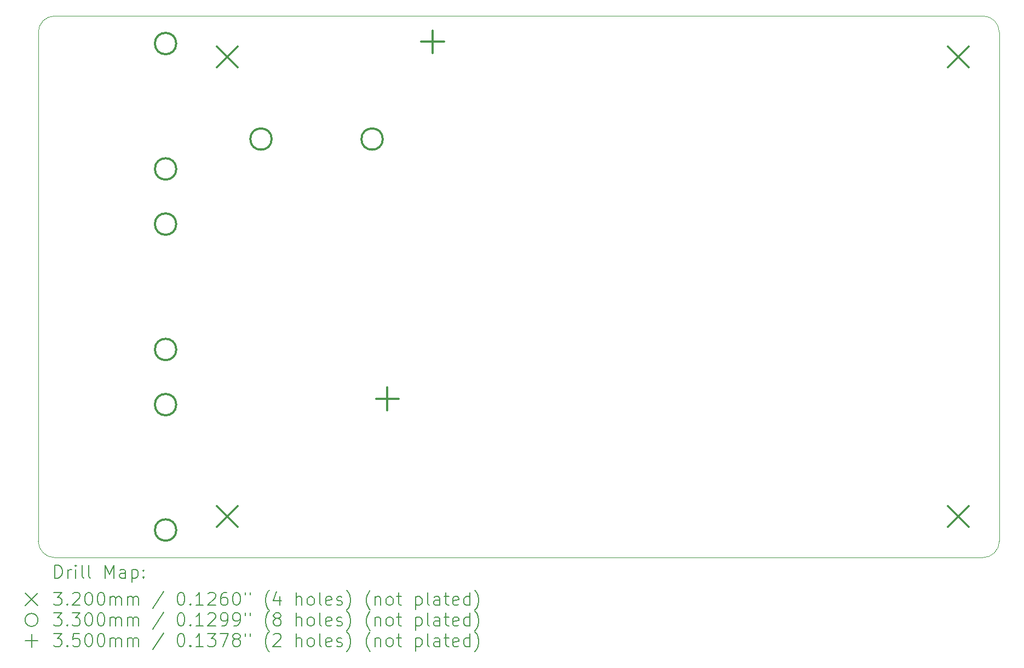
<source format=gbr>
%TF.GenerationSoftware,KiCad,Pcbnew,8.0.2*%
%TF.CreationDate,2024-05-19T17:08:07+01:00*%
%TF.ProjectId,New BSPD,4e657720-4253-4504-942e-6b696361645f,rev?*%
%TF.SameCoordinates,Original*%
%TF.FileFunction,Drillmap*%
%TF.FilePolarity,Positive*%
%FSLAX45Y45*%
G04 Gerber Fmt 4.5, Leading zero omitted, Abs format (unit mm)*
G04 Created by KiCad (PCBNEW 8.0.2) date 2024-05-19 17:08:07*
%MOMM*%
%LPD*%
G01*
G04 APERTURE LIST*
%ADD10C,0.100000*%
%ADD11C,0.200000*%
%ADD12C,0.320000*%
%ADD13C,0.330000*%
%ADD14C,0.350000*%
G04 APERTURE END LIST*
D10*
X5461000Y-10668000D02*
G75*
G02*
X5207000Y-10414000I0J254000D01*
G01*
X5461000Y-2286000D02*
X19812000Y-2286000D01*
X19812000Y-2286000D02*
G75*
G02*
X20066000Y-2540000I0J-254000D01*
G01*
X5207000Y-2540000D02*
G75*
G02*
X5461000Y-2286000I254000J0D01*
G01*
X20066000Y-10414000D02*
G75*
G02*
X19812000Y-10668000I-254000J0D01*
G01*
X5207000Y-10414000D02*
X5207000Y-2540000D01*
X20066000Y-2540000D02*
X20066000Y-10414000D01*
X19812000Y-10668000D02*
X5461000Y-10668000D01*
D11*
D12*
X7968000Y-2761000D02*
X8288000Y-3081000D01*
X8288000Y-2761000D02*
X7968000Y-3081000D01*
X7968000Y-9873000D02*
X8288000Y-10193000D01*
X8288000Y-9873000D02*
X7968000Y-10193000D01*
X19271000Y-2761000D02*
X19591000Y-3081000D01*
X19591000Y-2761000D02*
X19271000Y-3081000D01*
X19271000Y-9873000D02*
X19591000Y-10193000D01*
X19591000Y-9873000D02*
X19271000Y-10193000D01*
D13*
X7340000Y-2713000D02*
G75*
G02*
X7010000Y-2713000I-165000J0D01*
G01*
X7010000Y-2713000D02*
G75*
G02*
X7340000Y-2713000I165000J0D01*
G01*
X7340000Y-4653000D02*
G75*
G02*
X7010000Y-4653000I-165000J0D01*
G01*
X7010000Y-4653000D02*
G75*
G02*
X7340000Y-4653000I165000J0D01*
G01*
X7340000Y-5507000D02*
G75*
G02*
X7010000Y-5507000I-165000J0D01*
G01*
X7010000Y-5507000D02*
G75*
G02*
X7340000Y-5507000I165000J0D01*
G01*
X7340000Y-7447000D02*
G75*
G02*
X7010000Y-7447000I-165000J0D01*
G01*
X7010000Y-7447000D02*
G75*
G02*
X7340000Y-7447000I165000J0D01*
G01*
X7340000Y-8301000D02*
G75*
G02*
X7010000Y-8301000I-165000J0D01*
G01*
X7010000Y-8301000D02*
G75*
G02*
X7340000Y-8301000I165000J0D01*
G01*
X7340000Y-10241000D02*
G75*
G02*
X7010000Y-10241000I-165000J0D01*
G01*
X7010000Y-10241000D02*
G75*
G02*
X7340000Y-10241000I165000J0D01*
G01*
X8815000Y-4191000D02*
G75*
G02*
X8485000Y-4191000I-165000J0D01*
G01*
X8485000Y-4191000D02*
G75*
G02*
X8815000Y-4191000I165000J0D01*
G01*
X10533000Y-4191000D02*
G75*
G02*
X10203000Y-4191000I-165000J0D01*
G01*
X10203000Y-4191000D02*
G75*
G02*
X10533000Y-4191000I165000J0D01*
G01*
D14*
X10604500Y-8035500D02*
X10604500Y-8385500D01*
X10429500Y-8210500D02*
X10779500Y-8210500D01*
X11303000Y-2511000D02*
X11303000Y-2861000D01*
X11128000Y-2686000D02*
X11478000Y-2686000D01*
D11*
X5462777Y-10984484D02*
X5462777Y-10784484D01*
X5462777Y-10784484D02*
X5510396Y-10784484D01*
X5510396Y-10784484D02*
X5538967Y-10794008D01*
X5538967Y-10794008D02*
X5558015Y-10813055D01*
X5558015Y-10813055D02*
X5567539Y-10832103D01*
X5567539Y-10832103D02*
X5577063Y-10870198D01*
X5577063Y-10870198D02*
X5577063Y-10898770D01*
X5577063Y-10898770D02*
X5567539Y-10936865D01*
X5567539Y-10936865D02*
X5558015Y-10955912D01*
X5558015Y-10955912D02*
X5538967Y-10974960D01*
X5538967Y-10974960D02*
X5510396Y-10984484D01*
X5510396Y-10984484D02*
X5462777Y-10984484D01*
X5662777Y-10984484D02*
X5662777Y-10851150D01*
X5662777Y-10889246D02*
X5672301Y-10870198D01*
X5672301Y-10870198D02*
X5681824Y-10860674D01*
X5681824Y-10860674D02*
X5700872Y-10851150D01*
X5700872Y-10851150D02*
X5719920Y-10851150D01*
X5786586Y-10984484D02*
X5786586Y-10851150D01*
X5786586Y-10784484D02*
X5777062Y-10794008D01*
X5777062Y-10794008D02*
X5786586Y-10803531D01*
X5786586Y-10803531D02*
X5796110Y-10794008D01*
X5796110Y-10794008D02*
X5786586Y-10784484D01*
X5786586Y-10784484D02*
X5786586Y-10803531D01*
X5910396Y-10984484D02*
X5891348Y-10974960D01*
X5891348Y-10974960D02*
X5881824Y-10955912D01*
X5881824Y-10955912D02*
X5881824Y-10784484D01*
X6015158Y-10984484D02*
X5996110Y-10974960D01*
X5996110Y-10974960D02*
X5986586Y-10955912D01*
X5986586Y-10955912D02*
X5986586Y-10784484D01*
X6243729Y-10984484D02*
X6243729Y-10784484D01*
X6243729Y-10784484D02*
X6310396Y-10927341D01*
X6310396Y-10927341D02*
X6377062Y-10784484D01*
X6377062Y-10784484D02*
X6377062Y-10984484D01*
X6558015Y-10984484D02*
X6558015Y-10879722D01*
X6558015Y-10879722D02*
X6548491Y-10860674D01*
X6548491Y-10860674D02*
X6529443Y-10851150D01*
X6529443Y-10851150D02*
X6491348Y-10851150D01*
X6491348Y-10851150D02*
X6472301Y-10860674D01*
X6558015Y-10974960D02*
X6538967Y-10984484D01*
X6538967Y-10984484D02*
X6491348Y-10984484D01*
X6491348Y-10984484D02*
X6472301Y-10974960D01*
X6472301Y-10974960D02*
X6462777Y-10955912D01*
X6462777Y-10955912D02*
X6462777Y-10936865D01*
X6462777Y-10936865D02*
X6472301Y-10917817D01*
X6472301Y-10917817D02*
X6491348Y-10908293D01*
X6491348Y-10908293D02*
X6538967Y-10908293D01*
X6538967Y-10908293D02*
X6558015Y-10898770D01*
X6653253Y-10851150D02*
X6653253Y-11051150D01*
X6653253Y-10860674D02*
X6672301Y-10851150D01*
X6672301Y-10851150D02*
X6710396Y-10851150D01*
X6710396Y-10851150D02*
X6729443Y-10860674D01*
X6729443Y-10860674D02*
X6738967Y-10870198D01*
X6738967Y-10870198D02*
X6748491Y-10889246D01*
X6748491Y-10889246D02*
X6748491Y-10946389D01*
X6748491Y-10946389D02*
X6738967Y-10965436D01*
X6738967Y-10965436D02*
X6729443Y-10974960D01*
X6729443Y-10974960D02*
X6710396Y-10984484D01*
X6710396Y-10984484D02*
X6672301Y-10984484D01*
X6672301Y-10984484D02*
X6653253Y-10974960D01*
X6834205Y-10965436D02*
X6843729Y-10974960D01*
X6843729Y-10974960D02*
X6834205Y-10984484D01*
X6834205Y-10984484D02*
X6824682Y-10974960D01*
X6824682Y-10974960D02*
X6834205Y-10965436D01*
X6834205Y-10965436D02*
X6834205Y-10984484D01*
X6834205Y-10860674D02*
X6843729Y-10870198D01*
X6843729Y-10870198D02*
X6834205Y-10879722D01*
X6834205Y-10879722D02*
X6824682Y-10870198D01*
X6824682Y-10870198D02*
X6834205Y-10860674D01*
X6834205Y-10860674D02*
X6834205Y-10879722D01*
X5002000Y-11213000D02*
X5202000Y-11413000D01*
X5202000Y-11213000D02*
X5002000Y-11413000D01*
X5443729Y-11204484D02*
X5567539Y-11204484D01*
X5567539Y-11204484D02*
X5500872Y-11280674D01*
X5500872Y-11280674D02*
X5529444Y-11280674D01*
X5529444Y-11280674D02*
X5548491Y-11290198D01*
X5548491Y-11290198D02*
X5558015Y-11299722D01*
X5558015Y-11299722D02*
X5567539Y-11318769D01*
X5567539Y-11318769D02*
X5567539Y-11366388D01*
X5567539Y-11366388D02*
X5558015Y-11385436D01*
X5558015Y-11385436D02*
X5548491Y-11394960D01*
X5548491Y-11394960D02*
X5529444Y-11404484D01*
X5529444Y-11404484D02*
X5472301Y-11404484D01*
X5472301Y-11404484D02*
X5453253Y-11394960D01*
X5453253Y-11394960D02*
X5443729Y-11385436D01*
X5653253Y-11385436D02*
X5662777Y-11394960D01*
X5662777Y-11394960D02*
X5653253Y-11404484D01*
X5653253Y-11404484D02*
X5643729Y-11394960D01*
X5643729Y-11394960D02*
X5653253Y-11385436D01*
X5653253Y-11385436D02*
X5653253Y-11404484D01*
X5738967Y-11223531D02*
X5748491Y-11214008D01*
X5748491Y-11214008D02*
X5767539Y-11204484D01*
X5767539Y-11204484D02*
X5815158Y-11204484D01*
X5815158Y-11204484D02*
X5834205Y-11214008D01*
X5834205Y-11214008D02*
X5843729Y-11223531D01*
X5843729Y-11223531D02*
X5853253Y-11242579D01*
X5853253Y-11242579D02*
X5853253Y-11261627D01*
X5853253Y-11261627D02*
X5843729Y-11290198D01*
X5843729Y-11290198D02*
X5729443Y-11404484D01*
X5729443Y-11404484D02*
X5853253Y-11404484D01*
X5977062Y-11204484D02*
X5996110Y-11204484D01*
X5996110Y-11204484D02*
X6015158Y-11214008D01*
X6015158Y-11214008D02*
X6024682Y-11223531D01*
X6024682Y-11223531D02*
X6034205Y-11242579D01*
X6034205Y-11242579D02*
X6043729Y-11280674D01*
X6043729Y-11280674D02*
X6043729Y-11328293D01*
X6043729Y-11328293D02*
X6034205Y-11366388D01*
X6034205Y-11366388D02*
X6024682Y-11385436D01*
X6024682Y-11385436D02*
X6015158Y-11394960D01*
X6015158Y-11394960D02*
X5996110Y-11404484D01*
X5996110Y-11404484D02*
X5977062Y-11404484D01*
X5977062Y-11404484D02*
X5958015Y-11394960D01*
X5958015Y-11394960D02*
X5948491Y-11385436D01*
X5948491Y-11385436D02*
X5938967Y-11366388D01*
X5938967Y-11366388D02*
X5929443Y-11328293D01*
X5929443Y-11328293D02*
X5929443Y-11280674D01*
X5929443Y-11280674D02*
X5938967Y-11242579D01*
X5938967Y-11242579D02*
X5948491Y-11223531D01*
X5948491Y-11223531D02*
X5958015Y-11214008D01*
X5958015Y-11214008D02*
X5977062Y-11204484D01*
X6167539Y-11204484D02*
X6186586Y-11204484D01*
X6186586Y-11204484D02*
X6205634Y-11214008D01*
X6205634Y-11214008D02*
X6215158Y-11223531D01*
X6215158Y-11223531D02*
X6224682Y-11242579D01*
X6224682Y-11242579D02*
X6234205Y-11280674D01*
X6234205Y-11280674D02*
X6234205Y-11328293D01*
X6234205Y-11328293D02*
X6224682Y-11366388D01*
X6224682Y-11366388D02*
X6215158Y-11385436D01*
X6215158Y-11385436D02*
X6205634Y-11394960D01*
X6205634Y-11394960D02*
X6186586Y-11404484D01*
X6186586Y-11404484D02*
X6167539Y-11404484D01*
X6167539Y-11404484D02*
X6148491Y-11394960D01*
X6148491Y-11394960D02*
X6138967Y-11385436D01*
X6138967Y-11385436D02*
X6129443Y-11366388D01*
X6129443Y-11366388D02*
X6119920Y-11328293D01*
X6119920Y-11328293D02*
X6119920Y-11280674D01*
X6119920Y-11280674D02*
X6129443Y-11242579D01*
X6129443Y-11242579D02*
X6138967Y-11223531D01*
X6138967Y-11223531D02*
X6148491Y-11214008D01*
X6148491Y-11214008D02*
X6167539Y-11204484D01*
X6319920Y-11404484D02*
X6319920Y-11271150D01*
X6319920Y-11290198D02*
X6329443Y-11280674D01*
X6329443Y-11280674D02*
X6348491Y-11271150D01*
X6348491Y-11271150D02*
X6377063Y-11271150D01*
X6377063Y-11271150D02*
X6396110Y-11280674D01*
X6396110Y-11280674D02*
X6405634Y-11299722D01*
X6405634Y-11299722D02*
X6405634Y-11404484D01*
X6405634Y-11299722D02*
X6415158Y-11280674D01*
X6415158Y-11280674D02*
X6434205Y-11271150D01*
X6434205Y-11271150D02*
X6462777Y-11271150D01*
X6462777Y-11271150D02*
X6481824Y-11280674D01*
X6481824Y-11280674D02*
X6491348Y-11299722D01*
X6491348Y-11299722D02*
X6491348Y-11404484D01*
X6586586Y-11404484D02*
X6586586Y-11271150D01*
X6586586Y-11290198D02*
X6596110Y-11280674D01*
X6596110Y-11280674D02*
X6615158Y-11271150D01*
X6615158Y-11271150D02*
X6643729Y-11271150D01*
X6643729Y-11271150D02*
X6662777Y-11280674D01*
X6662777Y-11280674D02*
X6672301Y-11299722D01*
X6672301Y-11299722D02*
X6672301Y-11404484D01*
X6672301Y-11299722D02*
X6681824Y-11280674D01*
X6681824Y-11280674D02*
X6700872Y-11271150D01*
X6700872Y-11271150D02*
X6729443Y-11271150D01*
X6729443Y-11271150D02*
X6748491Y-11280674D01*
X6748491Y-11280674D02*
X6758015Y-11299722D01*
X6758015Y-11299722D02*
X6758015Y-11404484D01*
X7148491Y-11194960D02*
X6977063Y-11452103D01*
X7405634Y-11204484D02*
X7424682Y-11204484D01*
X7424682Y-11204484D02*
X7443729Y-11214008D01*
X7443729Y-11214008D02*
X7453253Y-11223531D01*
X7453253Y-11223531D02*
X7462777Y-11242579D01*
X7462777Y-11242579D02*
X7472301Y-11280674D01*
X7472301Y-11280674D02*
X7472301Y-11328293D01*
X7472301Y-11328293D02*
X7462777Y-11366388D01*
X7462777Y-11366388D02*
X7453253Y-11385436D01*
X7453253Y-11385436D02*
X7443729Y-11394960D01*
X7443729Y-11394960D02*
X7424682Y-11404484D01*
X7424682Y-11404484D02*
X7405634Y-11404484D01*
X7405634Y-11404484D02*
X7386586Y-11394960D01*
X7386586Y-11394960D02*
X7377063Y-11385436D01*
X7377063Y-11385436D02*
X7367539Y-11366388D01*
X7367539Y-11366388D02*
X7358015Y-11328293D01*
X7358015Y-11328293D02*
X7358015Y-11280674D01*
X7358015Y-11280674D02*
X7367539Y-11242579D01*
X7367539Y-11242579D02*
X7377063Y-11223531D01*
X7377063Y-11223531D02*
X7386586Y-11214008D01*
X7386586Y-11214008D02*
X7405634Y-11204484D01*
X7558015Y-11385436D02*
X7567539Y-11394960D01*
X7567539Y-11394960D02*
X7558015Y-11404484D01*
X7558015Y-11404484D02*
X7548491Y-11394960D01*
X7548491Y-11394960D02*
X7558015Y-11385436D01*
X7558015Y-11385436D02*
X7558015Y-11404484D01*
X7758015Y-11404484D02*
X7643729Y-11404484D01*
X7700872Y-11404484D02*
X7700872Y-11204484D01*
X7700872Y-11204484D02*
X7681825Y-11233055D01*
X7681825Y-11233055D02*
X7662777Y-11252103D01*
X7662777Y-11252103D02*
X7643729Y-11261627D01*
X7834206Y-11223531D02*
X7843729Y-11214008D01*
X7843729Y-11214008D02*
X7862777Y-11204484D01*
X7862777Y-11204484D02*
X7910396Y-11204484D01*
X7910396Y-11204484D02*
X7929444Y-11214008D01*
X7929444Y-11214008D02*
X7938967Y-11223531D01*
X7938967Y-11223531D02*
X7948491Y-11242579D01*
X7948491Y-11242579D02*
X7948491Y-11261627D01*
X7948491Y-11261627D02*
X7938967Y-11290198D01*
X7938967Y-11290198D02*
X7824682Y-11404484D01*
X7824682Y-11404484D02*
X7948491Y-11404484D01*
X8119920Y-11204484D02*
X8081825Y-11204484D01*
X8081825Y-11204484D02*
X8062777Y-11214008D01*
X8062777Y-11214008D02*
X8053253Y-11223531D01*
X8053253Y-11223531D02*
X8034206Y-11252103D01*
X8034206Y-11252103D02*
X8024682Y-11290198D01*
X8024682Y-11290198D02*
X8024682Y-11366388D01*
X8024682Y-11366388D02*
X8034206Y-11385436D01*
X8034206Y-11385436D02*
X8043729Y-11394960D01*
X8043729Y-11394960D02*
X8062777Y-11404484D01*
X8062777Y-11404484D02*
X8100872Y-11404484D01*
X8100872Y-11404484D02*
X8119920Y-11394960D01*
X8119920Y-11394960D02*
X8129444Y-11385436D01*
X8129444Y-11385436D02*
X8138967Y-11366388D01*
X8138967Y-11366388D02*
X8138967Y-11318769D01*
X8138967Y-11318769D02*
X8129444Y-11299722D01*
X8129444Y-11299722D02*
X8119920Y-11290198D01*
X8119920Y-11290198D02*
X8100872Y-11280674D01*
X8100872Y-11280674D02*
X8062777Y-11280674D01*
X8062777Y-11280674D02*
X8043729Y-11290198D01*
X8043729Y-11290198D02*
X8034206Y-11299722D01*
X8034206Y-11299722D02*
X8024682Y-11318769D01*
X8262777Y-11204484D02*
X8281825Y-11204484D01*
X8281825Y-11204484D02*
X8300872Y-11214008D01*
X8300872Y-11214008D02*
X8310396Y-11223531D01*
X8310396Y-11223531D02*
X8319920Y-11242579D01*
X8319920Y-11242579D02*
X8329444Y-11280674D01*
X8329444Y-11280674D02*
X8329444Y-11328293D01*
X8329444Y-11328293D02*
X8319920Y-11366388D01*
X8319920Y-11366388D02*
X8310396Y-11385436D01*
X8310396Y-11385436D02*
X8300872Y-11394960D01*
X8300872Y-11394960D02*
X8281825Y-11404484D01*
X8281825Y-11404484D02*
X8262777Y-11404484D01*
X8262777Y-11404484D02*
X8243729Y-11394960D01*
X8243729Y-11394960D02*
X8234206Y-11385436D01*
X8234206Y-11385436D02*
X8224682Y-11366388D01*
X8224682Y-11366388D02*
X8215158Y-11328293D01*
X8215158Y-11328293D02*
X8215158Y-11280674D01*
X8215158Y-11280674D02*
X8224682Y-11242579D01*
X8224682Y-11242579D02*
X8234206Y-11223531D01*
X8234206Y-11223531D02*
X8243729Y-11214008D01*
X8243729Y-11214008D02*
X8262777Y-11204484D01*
X8405634Y-11204484D02*
X8405634Y-11242579D01*
X8481825Y-11204484D02*
X8481825Y-11242579D01*
X8777063Y-11480674D02*
X8767539Y-11471150D01*
X8767539Y-11471150D02*
X8748491Y-11442579D01*
X8748491Y-11442579D02*
X8738968Y-11423531D01*
X8738968Y-11423531D02*
X8729444Y-11394960D01*
X8729444Y-11394960D02*
X8719920Y-11347341D01*
X8719920Y-11347341D02*
X8719920Y-11309246D01*
X8719920Y-11309246D02*
X8729444Y-11261627D01*
X8729444Y-11261627D02*
X8738968Y-11233055D01*
X8738968Y-11233055D02*
X8748491Y-11214008D01*
X8748491Y-11214008D02*
X8767539Y-11185436D01*
X8767539Y-11185436D02*
X8777063Y-11175912D01*
X8938968Y-11271150D02*
X8938968Y-11404484D01*
X8891349Y-11194960D02*
X8843730Y-11337817D01*
X8843730Y-11337817D02*
X8967539Y-11337817D01*
X9196111Y-11404484D02*
X9196111Y-11204484D01*
X9281825Y-11404484D02*
X9281825Y-11299722D01*
X9281825Y-11299722D02*
X9272301Y-11280674D01*
X9272301Y-11280674D02*
X9253253Y-11271150D01*
X9253253Y-11271150D02*
X9224682Y-11271150D01*
X9224682Y-11271150D02*
X9205634Y-11280674D01*
X9205634Y-11280674D02*
X9196111Y-11290198D01*
X9405634Y-11404484D02*
X9386587Y-11394960D01*
X9386587Y-11394960D02*
X9377063Y-11385436D01*
X9377063Y-11385436D02*
X9367539Y-11366388D01*
X9367539Y-11366388D02*
X9367539Y-11309246D01*
X9367539Y-11309246D02*
X9377063Y-11290198D01*
X9377063Y-11290198D02*
X9386587Y-11280674D01*
X9386587Y-11280674D02*
X9405634Y-11271150D01*
X9405634Y-11271150D02*
X9434206Y-11271150D01*
X9434206Y-11271150D02*
X9453253Y-11280674D01*
X9453253Y-11280674D02*
X9462777Y-11290198D01*
X9462777Y-11290198D02*
X9472301Y-11309246D01*
X9472301Y-11309246D02*
X9472301Y-11366388D01*
X9472301Y-11366388D02*
X9462777Y-11385436D01*
X9462777Y-11385436D02*
X9453253Y-11394960D01*
X9453253Y-11394960D02*
X9434206Y-11404484D01*
X9434206Y-11404484D02*
X9405634Y-11404484D01*
X9586587Y-11404484D02*
X9567539Y-11394960D01*
X9567539Y-11394960D02*
X9558015Y-11375912D01*
X9558015Y-11375912D02*
X9558015Y-11204484D01*
X9738968Y-11394960D02*
X9719920Y-11404484D01*
X9719920Y-11404484D02*
X9681825Y-11404484D01*
X9681825Y-11404484D02*
X9662777Y-11394960D01*
X9662777Y-11394960D02*
X9653253Y-11375912D01*
X9653253Y-11375912D02*
X9653253Y-11299722D01*
X9653253Y-11299722D02*
X9662777Y-11280674D01*
X9662777Y-11280674D02*
X9681825Y-11271150D01*
X9681825Y-11271150D02*
X9719920Y-11271150D01*
X9719920Y-11271150D02*
X9738968Y-11280674D01*
X9738968Y-11280674D02*
X9748492Y-11299722D01*
X9748492Y-11299722D02*
X9748492Y-11318769D01*
X9748492Y-11318769D02*
X9653253Y-11337817D01*
X9824682Y-11394960D02*
X9843730Y-11404484D01*
X9843730Y-11404484D02*
X9881825Y-11404484D01*
X9881825Y-11404484D02*
X9900873Y-11394960D01*
X9900873Y-11394960D02*
X9910396Y-11375912D01*
X9910396Y-11375912D02*
X9910396Y-11366388D01*
X9910396Y-11366388D02*
X9900873Y-11347341D01*
X9900873Y-11347341D02*
X9881825Y-11337817D01*
X9881825Y-11337817D02*
X9853253Y-11337817D01*
X9853253Y-11337817D02*
X9834206Y-11328293D01*
X9834206Y-11328293D02*
X9824682Y-11309246D01*
X9824682Y-11309246D02*
X9824682Y-11299722D01*
X9824682Y-11299722D02*
X9834206Y-11280674D01*
X9834206Y-11280674D02*
X9853253Y-11271150D01*
X9853253Y-11271150D02*
X9881825Y-11271150D01*
X9881825Y-11271150D02*
X9900873Y-11280674D01*
X9977063Y-11480674D02*
X9986587Y-11471150D01*
X9986587Y-11471150D02*
X10005634Y-11442579D01*
X10005634Y-11442579D02*
X10015158Y-11423531D01*
X10015158Y-11423531D02*
X10024682Y-11394960D01*
X10024682Y-11394960D02*
X10034206Y-11347341D01*
X10034206Y-11347341D02*
X10034206Y-11309246D01*
X10034206Y-11309246D02*
X10024682Y-11261627D01*
X10024682Y-11261627D02*
X10015158Y-11233055D01*
X10015158Y-11233055D02*
X10005634Y-11214008D01*
X10005634Y-11214008D02*
X9986587Y-11185436D01*
X9986587Y-11185436D02*
X9977063Y-11175912D01*
X10338968Y-11480674D02*
X10329444Y-11471150D01*
X10329444Y-11471150D02*
X10310396Y-11442579D01*
X10310396Y-11442579D02*
X10300873Y-11423531D01*
X10300873Y-11423531D02*
X10291349Y-11394960D01*
X10291349Y-11394960D02*
X10281825Y-11347341D01*
X10281825Y-11347341D02*
X10281825Y-11309246D01*
X10281825Y-11309246D02*
X10291349Y-11261627D01*
X10291349Y-11261627D02*
X10300873Y-11233055D01*
X10300873Y-11233055D02*
X10310396Y-11214008D01*
X10310396Y-11214008D02*
X10329444Y-11185436D01*
X10329444Y-11185436D02*
X10338968Y-11175912D01*
X10415158Y-11271150D02*
X10415158Y-11404484D01*
X10415158Y-11290198D02*
X10424682Y-11280674D01*
X10424682Y-11280674D02*
X10443730Y-11271150D01*
X10443730Y-11271150D02*
X10472301Y-11271150D01*
X10472301Y-11271150D02*
X10491349Y-11280674D01*
X10491349Y-11280674D02*
X10500873Y-11299722D01*
X10500873Y-11299722D02*
X10500873Y-11404484D01*
X10624682Y-11404484D02*
X10605634Y-11394960D01*
X10605634Y-11394960D02*
X10596111Y-11385436D01*
X10596111Y-11385436D02*
X10586587Y-11366388D01*
X10586587Y-11366388D02*
X10586587Y-11309246D01*
X10586587Y-11309246D02*
X10596111Y-11290198D01*
X10596111Y-11290198D02*
X10605634Y-11280674D01*
X10605634Y-11280674D02*
X10624682Y-11271150D01*
X10624682Y-11271150D02*
X10653254Y-11271150D01*
X10653254Y-11271150D02*
X10672301Y-11280674D01*
X10672301Y-11280674D02*
X10681825Y-11290198D01*
X10681825Y-11290198D02*
X10691349Y-11309246D01*
X10691349Y-11309246D02*
X10691349Y-11366388D01*
X10691349Y-11366388D02*
X10681825Y-11385436D01*
X10681825Y-11385436D02*
X10672301Y-11394960D01*
X10672301Y-11394960D02*
X10653254Y-11404484D01*
X10653254Y-11404484D02*
X10624682Y-11404484D01*
X10748492Y-11271150D02*
X10824682Y-11271150D01*
X10777063Y-11204484D02*
X10777063Y-11375912D01*
X10777063Y-11375912D02*
X10786587Y-11394960D01*
X10786587Y-11394960D02*
X10805634Y-11404484D01*
X10805634Y-11404484D02*
X10824682Y-11404484D01*
X11043730Y-11271150D02*
X11043730Y-11471150D01*
X11043730Y-11280674D02*
X11062777Y-11271150D01*
X11062777Y-11271150D02*
X11100873Y-11271150D01*
X11100873Y-11271150D02*
X11119920Y-11280674D01*
X11119920Y-11280674D02*
X11129444Y-11290198D01*
X11129444Y-11290198D02*
X11138968Y-11309246D01*
X11138968Y-11309246D02*
X11138968Y-11366388D01*
X11138968Y-11366388D02*
X11129444Y-11385436D01*
X11129444Y-11385436D02*
X11119920Y-11394960D01*
X11119920Y-11394960D02*
X11100873Y-11404484D01*
X11100873Y-11404484D02*
X11062777Y-11404484D01*
X11062777Y-11404484D02*
X11043730Y-11394960D01*
X11253253Y-11404484D02*
X11234206Y-11394960D01*
X11234206Y-11394960D02*
X11224682Y-11375912D01*
X11224682Y-11375912D02*
X11224682Y-11204484D01*
X11415158Y-11404484D02*
X11415158Y-11299722D01*
X11415158Y-11299722D02*
X11405634Y-11280674D01*
X11405634Y-11280674D02*
X11386587Y-11271150D01*
X11386587Y-11271150D02*
X11348492Y-11271150D01*
X11348492Y-11271150D02*
X11329444Y-11280674D01*
X11415158Y-11394960D02*
X11396111Y-11404484D01*
X11396111Y-11404484D02*
X11348492Y-11404484D01*
X11348492Y-11404484D02*
X11329444Y-11394960D01*
X11329444Y-11394960D02*
X11319920Y-11375912D01*
X11319920Y-11375912D02*
X11319920Y-11356865D01*
X11319920Y-11356865D02*
X11329444Y-11337817D01*
X11329444Y-11337817D02*
X11348492Y-11328293D01*
X11348492Y-11328293D02*
X11396111Y-11328293D01*
X11396111Y-11328293D02*
X11415158Y-11318769D01*
X11481825Y-11271150D02*
X11558015Y-11271150D01*
X11510396Y-11204484D02*
X11510396Y-11375912D01*
X11510396Y-11375912D02*
X11519920Y-11394960D01*
X11519920Y-11394960D02*
X11538968Y-11404484D01*
X11538968Y-11404484D02*
X11558015Y-11404484D01*
X11700873Y-11394960D02*
X11681825Y-11404484D01*
X11681825Y-11404484D02*
X11643730Y-11404484D01*
X11643730Y-11404484D02*
X11624682Y-11394960D01*
X11624682Y-11394960D02*
X11615158Y-11375912D01*
X11615158Y-11375912D02*
X11615158Y-11299722D01*
X11615158Y-11299722D02*
X11624682Y-11280674D01*
X11624682Y-11280674D02*
X11643730Y-11271150D01*
X11643730Y-11271150D02*
X11681825Y-11271150D01*
X11681825Y-11271150D02*
X11700873Y-11280674D01*
X11700873Y-11280674D02*
X11710396Y-11299722D01*
X11710396Y-11299722D02*
X11710396Y-11318769D01*
X11710396Y-11318769D02*
X11615158Y-11337817D01*
X11881825Y-11404484D02*
X11881825Y-11204484D01*
X11881825Y-11394960D02*
X11862777Y-11404484D01*
X11862777Y-11404484D02*
X11824682Y-11404484D01*
X11824682Y-11404484D02*
X11805634Y-11394960D01*
X11805634Y-11394960D02*
X11796111Y-11385436D01*
X11796111Y-11385436D02*
X11786587Y-11366388D01*
X11786587Y-11366388D02*
X11786587Y-11309246D01*
X11786587Y-11309246D02*
X11796111Y-11290198D01*
X11796111Y-11290198D02*
X11805634Y-11280674D01*
X11805634Y-11280674D02*
X11824682Y-11271150D01*
X11824682Y-11271150D02*
X11862777Y-11271150D01*
X11862777Y-11271150D02*
X11881825Y-11280674D01*
X11958015Y-11480674D02*
X11967539Y-11471150D01*
X11967539Y-11471150D02*
X11986587Y-11442579D01*
X11986587Y-11442579D02*
X11996111Y-11423531D01*
X11996111Y-11423531D02*
X12005634Y-11394960D01*
X12005634Y-11394960D02*
X12015158Y-11347341D01*
X12015158Y-11347341D02*
X12015158Y-11309246D01*
X12015158Y-11309246D02*
X12005634Y-11261627D01*
X12005634Y-11261627D02*
X11996111Y-11233055D01*
X11996111Y-11233055D02*
X11986587Y-11214008D01*
X11986587Y-11214008D02*
X11967539Y-11185436D01*
X11967539Y-11185436D02*
X11958015Y-11175912D01*
X5202000Y-11633000D02*
G75*
G02*
X5002000Y-11633000I-100000J0D01*
G01*
X5002000Y-11633000D02*
G75*
G02*
X5202000Y-11633000I100000J0D01*
G01*
X5443729Y-11524484D02*
X5567539Y-11524484D01*
X5567539Y-11524484D02*
X5500872Y-11600674D01*
X5500872Y-11600674D02*
X5529444Y-11600674D01*
X5529444Y-11600674D02*
X5548491Y-11610198D01*
X5548491Y-11610198D02*
X5558015Y-11619722D01*
X5558015Y-11619722D02*
X5567539Y-11638769D01*
X5567539Y-11638769D02*
X5567539Y-11686388D01*
X5567539Y-11686388D02*
X5558015Y-11705436D01*
X5558015Y-11705436D02*
X5548491Y-11714960D01*
X5548491Y-11714960D02*
X5529444Y-11724484D01*
X5529444Y-11724484D02*
X5472301Y-11724484D01*
X5472301Y-11724484D02*
X5453253Y-11714960D01*
X5453253Y-11714960D02*
X5443729Y-11705436D01*
X5653253Y-11705436D02*
X5662777Y-11714960D01*
X5662777Y-11714960D02*
X5653253Y-11724484D01*
X5653253Y-11724484D02*
X5643729Y-11714960D01*
X5643729Y-11714960D02*
X5653253Y-11705436D01*
X5653253Y-11705436D02*
X5653253Y-11724484D01*
X5729443Y-11524484D02*
X5853253Y-11524484D01*
X5853253Y-11524484D02*
X5786586Y-11600674D01*
X5786586Y-11600674D02*
X5815158Y-11600674D01*
X5815158Y-11600674D02*
X5834205Y-11610198D01*
X5834205Y-11610198D02*
X5843729Y-11619722D01*
X5843729Y-11619722D02*
X5853253Y-11638769D01*
X5853253Y-11638769D02*
X5853253Y-11686388D01*
X5853253Y-11686388D02*
X5843729Y-11705436D01*
X5843729Y-11705436D02*
X5834205Y-11714960D01*
X5834205Y-11714960D02*
X5815158Y-11724484D01*
X5815158Y-11724484D02*
X5758015Y-11724484D01*
X5758015Y-11724484D02*
X5738967Y-11714960D01*
X5738967Y-11714960D02*
X5729443Y-11705436D01*
X5977062Y-11524484D02*
X5996110Y-11524484D01*
X5996110Y-11524484D02*
X6015158Y-11534008D01*
X6015158Y-11534008D02*
X6024682Y-11543531D01*
X6024682Y-11543531D02*
X6034205Y-11562579D01*
X6034205Y-11562579D02*
X6043729Y-11600674D01*
X6043729Y-11600674D02*
X6043729Y-11648293D01*
X6043729Y-11648293D02*
X6034205Y-11686388D01*
X6034205Y-11686388D02*
X6024682Y-11705436D01*
X6024682Y-11705436D02*
X6015158Y-11714960D01*
X6015158Y-11714960D02*
X5996110Y-11724484D01*
X5996110Y-11724484D02*
X5977062Y-11724484D01*
X5977062Y-11724484D02*
X5958015Y-11714960D01*
X5958015Y-11714960D02*
X5948491Y-11705436D01*
X5948491Y-11705436D02*
X5938967Y-11686388D01*
X5938967Y-11686388D02*
X5929443Y-11648293D01*
X5929443Y-11648293D02*
X5929443Y-11600674D01*
X5929443Y-11600674D02*
X5938967Y-11562579D01*
X5938967Y-11562579D02*
X5948491Y-11543531D01*
X5948491Y-11543531D02*
X5958015Y-11534008D01*
X5958015Y-11534008D02*
X5977062Y-11524484D01*
X6167539Y-11524484D02*
X6186586Y-11524484D01*
X6186586Y-11524484D02*
X6205634Y-11534008D01*
X6205634Y-11534008D02*
X6215158Y-11543531D01*
X6215158Y-11543531D02*
X6224682Y-11562579D01*
X6224682Y-11562579D02*
X6234205Y-11600674D01*
X6234205Y-11600674D02*
X6234205Y-11648293D01*
X6234205Y-11648293D02*
X6224682Y-11686388D01*
X6224682Y-11686388D02*
X6215158Y-11705436D01*
X6215158Y-11705436D02*
X6205634Y-11714960D01*
X6205634Y-11714960D02*
X6186586Y-11724484D01*
X6186586Y-11724484D02*
X6167539Y-11724484D01*
X6167539Y-11724484D02*
X6148491Y-11714960D01*
X6148491Y-11714960D02*
X6138967Y-11705436D01*
X6138967Y-11705436D02*
X6129443Y-11686388D01*
X6129443Y-11686388D02*
X6119920Y-11648293D01*
X6119920Y-11648293D02*
X6119920Y-11600674D01*
X6119920Y-11600674D02*
X6129443Y-11562579D01*
X6129443Y-11562579D02*
X6138967Y-11543531D01*
X6138967Y-11543531D02*
X6148491Y-11534008D01*
X6148491Y-11534008D02*
X6167539Y-11524484D01*
X6319920Y-11724484D02*
X6319920Y-11591150D01*
X6319920Y-11610198D02*
X6329443Y-11600674D01*
X6329443Y-11600674D02*
X6348491Y-11591150D01*
X6348491Y-11591150D02*
X6377063Y-11591150D01*
X6377063Y-11591150D02*
X6396110Y-11600674D01*
X6396110Y-11600674D02*
X6405634Y-11619722D01*
X6405634Y-11619722D02*
X6405634Y-11724484D01*
X6405634Y-11619722D02*
X6415158Y-11600674D01*
X6415158Y-11600674D02*
X6434205Y-11591150D01*
X6434205Y-11591150D02*
X6462777Y-11591150D01*
X6462777Y-11591150D02*
X6481824Y-11600674D01*
X6481824Y-11600674D02*
X6491348Y-11619722D01*
X6491348Y-11619722D02*
X6491348Y-11724484D01*
X6586586Y-11724484D02*
X6586586Y-11591150D01*
X6586586Y-11610198D02*
X6596110Y-11600674D01*
X6596110Y-11600674D02*
X6615158Y-11591150D01*
X6615158Y-11591150D02*
X6643729Y-11591150D01*
X6643729Y-11591150D02*
X6662777Y-11600674D01*
X6662777Y-11600674D02*
X6672301Y-11619722D01*
X6672301Y-11619722D02*
X6672301Y-11724484D01*
X6672301Y-11619722D02*
X6681824Y-11600674D01*
X6681824Y-11600674D02*
X6700872Y-11591150D01*
X6700872Y-11591150D02*
X6729443Y-11591150D01*
X6729443Y-11591150D02*
X6748491Y-11600674D01*
X6748491Y-11600674D02*
X6758015Y-11619722D01*
X6758015Y-11619722D02*
X6758015Y-11724484D01*
X7148491Y-11514960D02*
X6977063Y-11772103D01*
X7405634Y-11524484D02*
X7424682Y-11524484D01*
X7424682Y-11524484D02*
X7443729Y-11534008D01*
X7443729Y-11534008D02*
X7453253Y-11543531D01*
X7453253Y-11543531D02*
X7462777Y-11562579D01*
X7462777Y-11562579D02*
X7472301Y-11600674D01*
X7472301Y-11600674D02*
X7472301Y-11648293D01*
X7472301Y-11648293D02*
X7462777Y-11686388D01*
X7462777Y-11686388D02*
X7453253Y-11705436D01*
X7453253Y-11705436D02*
X7443729Y-11714960D01*
X7443729Y-11714960D02*
X7424682Y-11724484D01*
X7424682Y-11724484D02*
X7405634Y-11724484D01*
X7405634Y-11724484D02*
X7386586Y-11714960D01*
X7386586Y-11714960D02*
X7377063Y-11705436D01*
X7377063Y-11705436D02*
X7367539Y-11686388D01*
X7367539Y-11686388D02*
X7358015Y-11648293D01*
X7358015Y-11648293D02*
X7358015Y-11600674D01*
X7358015Y-11600674D02*
X7367539Y-11562579D01*
X7367539Y-11562579D02*
X7377063Y-11543531D01*
X7377063Y-11543531D02*
X7386586Y-11534008D01*
X7386586Y-11534008D02*
X7405634Y-11524484D01*
X7558015Y-11705436D02*
X7567539Y-11714960D01*
X7567539Y-11714960D02*
X7558015Y-11724484D01*
X7558015Y-11724484D02*
X7548491Y-11714960D01*
X7548491Y-11714960D02*
X7558015Y-11705436D01*
X7558015Y-11705436D02*
X7558015Y-11724484D01*
X7758015Y-11724484D02*
X7643729Y-11724484D01*
X7700872Y-11724484D02*
X7700872Y-11524484D01*
X7700872Y-11524484D02*
X7681825Y-11553055D01*
X7681825Y-11553055D02*
X7662777Y-11572103D01*
X7662777Y-11572103D02*
X7643729Y-11581627D01*
X7834206Y-11543531D02*
X7843729Y-11534008D01*
X7843729Y-11534008D02*
X7862777Y-11524484D01*
X7862777Y-11524484D02*
X7910396Y-11524484D01*
X7910396Y-11524484D02*
X7929444Y-11534008D01*
X7929444Y-11534008D02*
X7938967Y-11543531D01*
X7938967Y-11543531D02*
X7948491Y-11562579D01*
X7948491Y-11562579D02*
X7948491Y-11581627D01*
X7948491Y-11581627D02*
X7938967Y-11610198D01*
X7938967Y-11610198D02*
X7824682Y-11724484D01*
X7824682Y-11724484D02*
X7948491Y-11724484D01*
X8043729Y-11724484D02*
X8081825Y-11724484D01*
X8081825Y-11724484D02*
X8100872Y-11714960D01*
X8100872Y-11714960D02*
X8110396Y-11705436D01*
X8110396Y-11705436D02*
X8129444Y-11676865D01*
X8129444Y-11676865D02*
X8138967Y-11638769D01*
X8138967Y-11638769D02*
X8138967Y-11562579D01*
X8138967Y-11562579D02*
X8129444Y-11543531D01*
X8129444Y-11543531D02*
X8119920Y-11534008D01*
X8119920Y-11534008D02*
X8100872Y-11524484D01*
X8100872Y-11524484D02*
X8062777Y-11524484D01*
X8062777Y-11524484D02*
X8043729Y-11534008D01*
X8043729Y-11534008D02*
X8034206Y-11543531D01*
X8034206Y-11543531D02*
X8024682Y-11562579D01*
X8024682Y-11562579D02*
X8024682Y-11610198D01*
X8024682Y-11610198D02*
X8034206Y-11629246D01*
X8034206Y-11629246D02*
X8043729Y-11638769D01*
X8043729Y-11638769D02*
X8062777Y-11648293D01*
X8062777Y-11648293D02*
X8100872Y-11648293D01*
X8100872Y-11648293D02*
X8119920Y-11638769D01*
X8119920Y-11638769D02*
X8129444Y-11629246D01*
X8129444Y-11629246D02*
X8138967Y-11610198D01*
X8234206Y-11724484D02*
X8272301Y-11724484D01*
X8272301Y-11724484D02*
X8291348Y-11714960D01*
X8291348Y-11714960D02*
X8300872Y-11705436D01*
X8300872Y-11705436D02*
X8319920Y-11676865D01*
X8319920Y-11676865D02*
X8329444Y-11638769D01*
X8329444Y-11638769D02*
X8329444Y-11562579D01*
X8329444Y-11562579D02*
X8319920Y-11543531D01*
X8319920Y-11543531D02*
X8310396Y-11534008D01*
X8310396Y-11534008D02*
X8291348Y-11524484D01*
X8291348Y-11524484D02*
X8253253Y-11524484D01*
X8253253Y-11524484D02*
X8234206Y-11534008D01*
X8234206Y-11534008D02*
X8224682Y-11543531D01*
X8224682Y-11543531D02*
X8215158Y-11562579D01*
X8215158Y-11562579D02*
X8215158Y-11610198D01*
X8215158Y-11610198D02*
X8224682Y-11629246D01*
X8224682Y-11629246D02*
X8234206Y-11638769D01*
X8234206Y-11638769D02*
X8253253Y-11648293D01*
X8253253Y-11648293D02*
X8291348Y-11648293D01*
X8291348Y-11648293D02*
X8310396Y-11638769D01*
X8310396Y-11638769D02*
X8319920Y-11629246D01*
X8319920Y-11629246D02*
X8329444Y-11610198D01*
X8405634Y-11524484D02*
X8405634Y-11562579D01*
X8481825Y-11524484D02*
X8481825Y-11562579D01*
X8777063Y-11800674D02*
X8767539Y-11791150D01*
X8767539Y-11791150D02*
X8748491Y-11762579D01*
X8748491Y-11762579D02*
X8738968Y-11743531D01*
X8738968Y-11743531D02*
X8729444Y-11714960D01*
X8729444Y-11714960D02*
X8719920Y-11667341D01*
X8719920Y-11667341D02*
X8719920Y-11629246D01*
X8719920Y-11629246D02*
X8729444Y-11581627D01*
X8729444Y-11581627D02*
X8738968Y-11553055D01*
X8738968Y-11553055D02*
X8748491Y-11534008D01*
X8748491Y-11534008D02*
X8767539Y-11505436D01*
X8767539Y-11505436D02*
X8777063Y-11495912D01*
X8881825Y-11610198D02*
X8862777Y-11600674D01*
X8862777Y-11600674D02*
X8853253Y-11591150D01*
X8853253Y-11591150D02*
X8843730Y-11572103D01*
X8843730Y-11572103D02*
X8843730Y-11562579D01*
X8843730Y-11562579D02*
X8853253Y-11543531D01*
X8853253Y-11543531D02*
X8862777Y-11534008D01*
X8862777Y-11534008D02*
X8881825Y-11524484D01*
X8881825Y-11524484D02*
X8919920Y-11524484D01*
X8919920Y-11524484D02*
X8938968Y-11534008D01*
X8938968Y-11534008D02*
X8948491Y-11543531D01*
X8948491Y-11543531D02*
X8958015Y-11562579D01*
X8958015Y-11562579D02*
X8958015Y-11572103D01*
X8958015Y-11572103D02*
X8948491Y-11591150D01*
X8948491Y-11591150D02*
X8938968Y-11600674D01*
X8938968Y-11600674D02*
X8919920Y-11610198D01*
X8919920Y-11610198D02*
X8881825Y-11610198D01*
X8881825Y-11610198D02*
X8862777Y-11619722D01*
X8862777Y-11619722D02*
X8853253Y-11629246D01*
X8853253Y-11629246D02*
X8843730Y-11648293D01*
X8843730Y-11648293D02*
X8843730Y-11686388D01*
X8843730Y-11686388D02*
X8853253Y-11705436D01*
X8853253Y-11705436D02*
X8862777Y-11714960D01*
X8862777Y-11714960D02*
X8881825Y-11724484D01*
X8881825Y-11724484D02*
X8919920Y-11724484D01*
X8919920Y-11724484D02*
X8938968Y-11714960D01*
X8938968Y-11714960D02*
X8948491Y-11705436D01*
X8948491Y-11705436D02*
X8958015Y-11686388D01*
X8958015Y-11686388D02*
X8958015Y-11648293D01*
X8958015Y-11648293D02*
X8948491Y-11629246D01*
X8948491Y-11629246D02*
X8938968Y-11619722D01*
X8938968Y-11619722D02*
X8919920Y-11610198D01*
X9196111Y-11724484D02*
X9196111Y-11524484D01*
X9281825Y-11724484D02*
X9281825Y-11619722D01*
X9281825Y-11619722D02*
X9272301Y-11600674D01*
X9272301Y-11600674D02*
X9253253Y-11591150D01*
X9253253Y-11591150D02*
X9224682Y-11591150D01*
X9224682Y-11591150D02*
X9205634Y-11600674D01*
X9205634Y-11600674D02*
X9196111Y-11610198D01*
X9405634Y-11724484D02*
X9386587Y-11714960D01*
X9386587Y-11714960D02*
X9377063Y-11705436D01*
X9377063Y-11705436D02*
X9367539Y-11686388D01*
X9367539Y-11686388D02*
X9367539Y-11629246D01*
X9367539Y-11629246D02*
X9377063Y-11610198D01*
X9377063Y-11610198D02*
X9386587Y-11600674D01*
X9386587Y-11600674D02*
X9405634Y-11591150D01*
X9405634Y-11591150D02*
X9434206Y-11591150D01*
X9434206Y-11591150D02*
X9453253Y-11600674D01*
X9453253Y-11600674D02*
X9462777Y-11610198D01*
X9462777Y-11610198D02*
X9472301Y-11629246D01*
X9472301Y-11629246D02*
X9472301Y-11686388D01*
X9472301Y-11686388D02*
X9462777Y-11705436D01*
X9462777Y-11705436D02*
X9453253Y-11714960D01*
X9453253Y-11714960D02*
X9434206Y-11724484D01*
X9434206Y-11724484D02*
X9405634Y-11724484D01*
X9586587Y-11724484D02*
X9567539Y-11714960D01*
X9567539Y-11714960D02*
X9558015Y-11695912D01*
X9558015Y-11695912D02*
X9558015Y-11524484D01*
X9738968Y-11714960D02*
X9719920Y-11724484D01*
X9719920Y-11724484D02*
X9681825Y-11724484D01*
X9681825Y-11724484D02*
X9662777Y-11714960D01*
X9662777Y-11714960D02*
X9653253Y-11695912D01*
X9653253Y-11695912D02*
X9653253Y-11619722D01*
X9653253Y-11619722D02*
X9662777Y-11600674D01*
X9662777Y-11600674D02*
X9681825Y-11591150D01*
X9681825Y-11591150D02*
X9719920Y-11591150D01*
X9719920Y-11591150D02*
X9738968Y-11600674D01*
X9738968Y-11600674D02*
X9748492Y-11619722D01*
X9748492Y-11619722D02*
X9748492Y-11638769D01*
X9748492Y-11638769D02*
X9653253Y-11657817D01*
X9824682Y-11714960D02*
X9843730Y-11724484D01*
X9843730Y-11724484D02*
X9881825Y-11724484D01*
X9881825Y-11724484D02*
X9900873Y-11714960D01*
X9900873Y-11714960D02*
X9910396Y-11695912D01*
X9910396Y-11695912D02*
X9910396Y-11686388D01*
X9910396Y-11686388D02*
X9900873Y-11667341D01*
X9900873Y-11667341D02*
X9881825Y-11657817D01*
X9881825Y-11657817D02*
X9853253Y-11657817D01*
X9853253Y-11657817D02*
X9834206Y-11648293D01*
X9834206Y-11648293D02*
X9824682Y-11629246D01*
X9824682Y-11629246D02*
X9824682Y-11619722D01*
X9824682Y-11619722D02*
X9834206Y-11600674D01*
X9834206Y-11600674D02*
X9853253Y-11591150D01*
X9853253Y-11591150D02*
X9881825Y-11591150D01*
X9881825Y-11591150D02*
X9900873Y-11600674D01*
X9977063Y-11800674D02*
X9986587Y-11791150D01*
X9986587Y-11791150D02*
X10005634Y-11762579D01*
X10005634Y-11762579D02*
X10015158Y-11743531D01*
X10015158Y-11743531D02*
X10024682Y-11714960D01*
X10024682Y-11714960D02*
X10034206Y-11667341D01*
X10034206Y-11667341D02*
X10034206Y-11629246D01*
X10034206Y-11629246D02*
X10024682Y-11581627D01*
X10024682Y-11581627D02*
X10015158Y-11553055D01*
X10015158Y-11553055D02*
X10005634Y-11534008D01*
X10005634Y-11534008D02*
X9986587Y-11505436D01*
X9986587Y-11505436D02*
X9977063Y-11495912D01*
X10338968Y-11800674D02*
X10329444Y-11791150D01*
X10329444Y-11791150D02*
X10310396Y-11762579D01*
X10310396Y-11762579D02*
X10300873Y-11743531D01*
X10300873Y-11743531D02*
X10291349Y-11714960D01*
X10291349Y-11714960D02*
X10281825Y-11667341D01*
X10281825Y-11667341D02*
X10281825Y-11629246D01*
X10281825Y-11629246D02*
X10291349Y-11581627D01*
X10291349Y-11581627D02*
X10300873Y-11553055D01*
X10300873Y-11553055D02*
X10310396Y-11534008D01*
X10310396Y-11534008D02*
X10329444Y-11505436D01*
X10329444Y-11505436D02*
X10338968Y-11495912D01*
X10415158Y-11591150D02*
X10415158Y-11724484D01*
X10415158Y-11610198D02*
X10424682Y-11600674D01*
X10424682Y-11600674D02*
X10443730Y-11591150D01*
X10443730Y-11591150D02*
X10472301Y-11591150D01*
X10472301Y-11591150D02*
X10491349Y-11600674D01*
X10491349Y-11600674D02*
X10500873Y-11619722D01*
X10500873Y-11619722D02*
X10500873Y-11724484D01*
X10624682Y-11724484D02*
X10605634Y-11714960D01*
X10605634Y-11714960D02*
X10596111Y-11705436D01*
X10596111Y-11705436D02*
X10586587Y-11686388D01*
X10586587Y-11686388D02*
X10586587Y-11629246D01*
X10586587Y-11629246D02*
X10596111Y-11610198D01*
X10596111Y-11610198D02*
X10605634Y-11600674D01*
X10605634Y-11600674D02*
X10624682Y-11591150D01*
X10624682Y-11591150D02*
X10653254Y-11591150D01*
X10653254Y-11591150D02*
X10672301Y-11600674D01*
X10672301Y-11600674D02*
X10681825Y-11610198D01*
X10681825Y-11610198D02*
X10691349Y-11629246D01*
X10691349Y-11629246D02*
X10691349Y-11686388D01*
X10691349Y-11686388D02*
X10681825Y-11705436D01*
X10681825Y-11705436D02*
X10672301Y-11714960D01*
X10672301Y-11714960D02*
X10653254Y-11724484D01*
X10653254Y-11724484D02*
X10624682Y-11724484D01*
X10748492Y-11591150D02*
X10824682Y-11591150D01*
X10777063Y-11524484D02*
X10777063Y-11695912D01*
X10777063Y-11695912D02*
X10786587Y-11714960D01*
X10786587Y-11714960D02*
X10805634Y-11724484D01*
X10805634Y-11724484D02*
X10824682Y-11724484D01*
X11043730Y-11591150D02*
X11043730Y-11791150D01*
X11043730Y-11600674D02*
X11062777Y-11591150D01*
X11062777Y-11591150D02*
X11100873Y-11591150D01*
X11100873Y-11591150D02*
X11119920Y-11600674D01*
X11119920Y-11600674D02*
X11129444Y-11610198D01*
X11129444Y-11610198D02*
X11138968Y-11629246D01*
X11138968Y-11629246D02*
X11138968Y-11686388D01*
X11138968Y-11686388D02*
X11129444Y-11705436D01*
X11129444Y-11705436D02*
X11119920Y-11714960D01*
X11119920Y-11714960D02*
X11100873Y-11724484D01*
X11100873Y-11724484D02*
X11062777Y-11724484D01*
X11062777Y-11724484D02*
X11043730Y-11714960D01*
X11253253Y-11724484D02*
X11234206Y-11714960D01*
X11234206Y-11714960D02*
X11224682Y-11695912D01*
X11224682Y-11695912D02*
X11224682Y-11524484D01*
X11415158Y-11724484D02*
X11415158Y-11619722D01*
X11415158Y-11619722D02*
X11405634Y-11600674D01*
X11405634Y-11600674D02*
X11386587Y-11591150D01*
X11386587Y-11591150D02*
X11348492Y-11591150D01*
X11348492Y-11591150D02*
X11329444Y-11600674D01*
X11415158Y-11714960D02*
X11396111Y-11724484D01*
X11396111Y-11724484D02*
X11348492Y-11724484D01*
X11348492Y-11724484D02*
X11329444Y-11714960D01*
X11329444Y-11714960D02*
X11319920Y-11695912D01*
X11319920Y-11695912D02*
X11319920Y-11676865D01*
X11319920Y-11676865D02*
X11329444Y-11657817D01*
X11329444Y-11657817D02*
X11348492Y-11648293D01*
X11348492Y-11648293D02*
X11396111Y-11648293D01*
X11396111Y-11648293D02*
X11415158Y-11638769D01*
X11481825Y-11591150D02*
X11558015Y-11591150D01*
X11510396Y-11524484D02*
X11510396Y-11695912D01*
X11510396Y-11695912D02*
X11519920Y-11714960D01*
X11519920Y-11714960D02*
X11538968Y-11724484D01*
X11538968Y-11724484D02*
X11558015Y-11724484D01*
X11700873Y-11714960D02*
X11681825Y-11724484D01*
X11681825Y-11724484D02*
X11643730Y-11724484D01*
X11643730Y-11724484D02*
X11624682Y-11714960D01*
X11624682Y-11714960D02*
X11615158Y-11695912D01*
X11615158Y-11695912D02*
X11615158Y-11619722D01*
X11615158Y-11619722D02*
X11624682Y-11600674D01*
X11624682Y-11600674D02*
X11643730Y-11591150D01*
X11643730Y-11591150D02*
X11681825Y-11591150D01*
X11681825Y-11591150D02*
X11700873Y-11600674D01*
X11700873Y-11600674D02*
X11710396Y-11619722D01*
X11710396Y-11619722D02*
X11710396Y-11638769D01*
X11710396Y-11638769D02*
X11615158Y-11657817D01*
X11881825Y-11724484D02*
X11881825Y-11524484D01*
X11881825Y-11714960D02*
X11862777Y-11724484D01*
X11862777Y-11724484D02*
X11824682Y-11724484D01*
X11824682Y-11724484D02*
X11805634Y-11714960D01*
X11805634Y-11714960D02*
X11796111Y-11705436D01*
X11796111Y-11705436D02*
X11786587Y-11686388D01*
X11786587Y-11686388D02*
X11786587Y-11629246D01*
X11786587Y-11629246D02*
X11796111Y-11610198D01*
X11796111Y-11610198D02*
X11805634Y-11600674D01*
X11805634Y-11600674D02*
X11824682Y-11591150D01*
X11824682Y-11591150D02*
X11862777Y-11591150D01*
X11862777Y-11591150D02*
X11881825Y-11600674D01*
X11958015Y-11800674D02*
X11967539Y-11791150D01*
X11967539Y-11791150D02*
X11986587Y-11762579D01*
X11986587Y-11762579D02*
X11996111Y-11743531D01*
X11996111Y-11743531D02*
X12005634Y-11714960D01*
X12005634Y-11714960D02*
X12015158Y-11667341D01*
X12015158Y-11667341D02*
X12015158Y-11629246D01*
X12015158Y-11629246D02*
X12005634Y-11581627D01*
X12005634Y-11581627D02*
X11996111Y-11553055D01*
X11996111Y-11553055D02*
X11986587Y-11534008D01*
X11986587Y-11534008D02*
X11967539Y-11505436D01*
X11967539Y-11505436D02*
X11958015Y-11495912D01*
X5102000Y-11853000D02*
X5102000Y-12053000D01*
X5002000Y-11953000D02*
X5202000Y-11953000D01*
X5443729Y-11844484D02*
X5567539Y-11844484D01*
X5567539Y-11844484D02*
X5500872Y-11920674D01*
X5500872Y-11920674D02*
X5529444Y-11920674D01*
X5529444Y-11920674D02*
X5548491Y-11930198D01*
X5548491Y-11930198D02*
X5558015Y-11939722D01*
X5558015Y-11939722D02*
X5567539Y-11958769D01*
X5567539Y-11958769D02*
X5567539Y-12006388D01*
X5567539Y-12006388D02*
X5558015Y-12025436D01*
X5558015Y-12025436D02*
X5548491Y-12034960D01*
X5548491Y-12034960D02*
X5529444Y-12044484D01*
X5529444Y-12044484D02*
X5472301Y-12044484D01*
X5472301Y-12044484D02*
X5453253Y-12034960D01*
X5453253Y-12034960D02*
X5443729Y-12025436D01*
X5653253Y-12025436D02*
X5662777Y-12034960D01*
X5662777Y-12034960D02*
X5653253Y-12044484D01*
X5653253Y-12044484D02*
X5643729Y-12034960D01*
X5643729Y-12034960D02*
X5653253Y-12025436D01*
X5653253Y-12025436D02*
X5653253Y-12044484D01*
X5843729Y-11844484D02*
X5748491Y-11844484D01*
X5748491Y-11844484D02*
X5738967Y-11939722D01*
X5738967Y-11939722D02*
X5748491Y-11930198D01*
X5748491Y-11930198D02*
X5767539Y-11920674D01*
X5767539Y-11920674D02*
X5815158Y-11920674D01*
X5815158Y-11920674D02*
X5834205Y-11930198D01*
X5834205Y-11930198D02*
X5843729Y-11939722D01*
X5843729Y-11939722D02*
X5853253Y-11958769D01*
X5853253Y-11958769D02*
X5853253Y-12006388D01*
X5853253Y-12006388D02*
X5843729Y-12025436D01*
X5843729Y-12025436D02*
X5834205Y-12034960D01*
X5834205Y-12034960D02*
X5815158Y-12044484D01*
X5815158Y-12044484D02*
X5767539Y-12044484D01*
X5767539Y-12044484D02*
X5748491Y-12034960D01*
X5748491Y-12034960D02*
X5738967Y-12025436D01*
X5977062Y-11844484D02*
X5996110Y-11844484D01*
X5996110Y-11844484D02*
X6015158Y-11854008D01*
X6015158Y-11854008D02*
X6024682Y-11863531D01*
X6024682Y-11863531D02*
X6034205Y-11882579D01*
X6034205Y-11882579D02*
X6043729Y-11920674D01*
X6043729Y-11920674D02*
X6043729Y-11968293D01*
X6043729Y-11968293D02*
X6034205Y-12006388D01*
X6034205Y-12006388D02*
X6024682Y-12025436D01*
X6024682Y-12025436D02*
X6015158Y-12034960D01*
X6015158Y-12034960D02*
X5996110Y-12044484D01*
X5996110Y-12044484D02*
X5977062Y-12044484D01*
X5977062Y-12044484D02*
X5958015Y-12034960D01*
X5958015Y-12034960D02*
X5948491Y-12025436D01*
X5948491Y-12025436D02*
X5938967Y-12006388D01*
X5938967Y-12006388D02*
X5929443Y-11968293D01*
X5929443Y-11968293D02*
X5929443Y-11920674D01*
X5929443Y-11920674D02*
X5938967Y-11882579D01*
X5938967Y-11882579D02*
X5948491Y-11863531D01*
X5948491Y-11863531D02*
X5958015Y-11854008D01*
X5958015Y-11854008D02*
X5977062Y-11844484D01*
X6167539Y-11844484D02*
X6186586Y-11844484D01*
X6186586Y-11844484D02*
X6205634Y-11854008D01*
X6205634Y-11854008D02*
X6215158Y-11863531D01*
X6215158Y-11863531D02*
X6224682Y-11882579D01*
X6224682Y-11882579D02*
X6234205Y-11920674D01*
X6234205Y-11920674D02*
X6234205Y-11968293D01*
X6234205Y-11968293D02*
X6224682Y-12006388D01*
X6224682Y-12006388D02*
X6215158Y-12025436D01*
X6215158Y-12025436D02*
X6205634Y-12034960D01*
X6205634Y-12034960D02*
X6186586Y-12044484D01*
X6186586Y-12044484D02*
X6167539Y-12044484D01*
X6167539Y-12044484D02*
X6148491Y-12034960D01*
X6148491Y-12034960D02*
X6138967Y-12025436D01*
X6138967Y-12025436D02*
X6129443Y-12006388D01*
X6129443Y-12006388D02*
X6119920Y-11968293D01*
X6119920Y-11968293D02*
X6119920Y-11920674D01*
X6119920Y-11920674D02*
X6129443Y-11882579D01*
X6129443Y-11882579D02*
X6138967Y-11863531D01*
X6138967Y-11863531D02*
X6148491Y-11854008D01*
X6148491Y-11854008D02*
X6167539Y-11844484D01*
X6319920Y-12044484D02*
X6319920Y-11911150D01*
X6319920Y-11930198D02*
X6329443Y-11920674D01*
X6329443Y-11920674D02*
X6348491Y-11911150D01*
X6348491Y-11911150D02*
X6377063Y-11911150D01*
X6377063Y-11911150D02*
X6396110Y-11920674D01*
X6396110Y-11920674D02*
X6405634Y-11939722D01*
X6405634Y-11939722D02*
X6405634Y-12044484D01*
X6405634Y-11939722D02*
X6415158Y-11920674D01*
X6415158Y-11920674D02*
X6434205Y-11911150D01*
X6434205Y-11911150D02*
X6462777Y-11911150D01*
X6462777Y-11911150D02*
X6481824Y-11920674D01*
X6481824Y-11920674D02*
X6491348Y-11939722D01*
X6491348Y-11939722D02*
X6491348Y-12044484D01*
X6586586Y-12044484D02*
X6586586Y-11911150D01*
X6586586Y-11930198D02*
X6596110Y-11920674D01*
X6596110Y-11920674D02*
X6615158Y-11911150D01*
X6615158Y-11911150D02*
X6643729Y-11911150D01*
X6643729Y-11911150D02*
X6662777Y-11920674D01*
X6662777Y-11920674D02*
X6672301Y-11939722D01*
X6672301Y-11939722D02*
X6672301Y-12044484D01*
X6672301Y-11939722D02*
X6681824Y-11920674D01*
X6681824Y-11920674D02*
X6700872Y-11911150D01*
X6700872Y-11911150D02*
X6729443Y-11911150D01*
X6729443Y-11911150D02*
X6748491Y-11920674D01*
X6748491Y-11920674D02*
X6758015Y-11939722D01*
X6758015Y-11939722D02*
X6758015Y-12044484D01*
X7148491Y-11834960D02*
X6977063Y-12092103D01*
X7405634Y-11844484D02*
X7424682Y-11844484D01*
X7424682Y-11844484D02*
X7443729Y-11854008D01*
X7443729Y-11854008D02*
X7453253Y-11863531D01*
X7453253Y-11863531D02*
X7462777Y-11882579D01*
X7462777Y-11882579D02*
X7472301Y-11920674D01*
X7472301Y-11920674D02*
X7472301Y-11968293D01*
X7472301Y-11968293D02*
X7462777Y-12006388D01*
X7462777Y-12006388D02*
X7453253Y-12025436D01*
X7453253Y-12025436D02*
X7443729Y-12034960D01*
X7443729Y-12034960D02*
X7424682Y-12044484D01*
X7424682Y-12044484D02*
X7405634Y-12044484D01*
X7405634Y-12044484D02*
X7386586Y-12034960D01*
X7386586Y-12034960D02*
X7377063Y-12025436D01*
X7377063Y-12025436D02*
X7367539Y-12006388D01*
X7367539Y-12006388D02*
X7358015Y-11968293D01*
X7358015Y-11968293D02*
X7358015Y-11920674D01*
X7358015Y-11920674D02*
X7367539Y-11882579D01*
X7367539Y-11882579D02*
X7377063Y-11863531D01*
X7377063Y-11863531D02*
X7386586Y-11854008D01*
X7386586Y-11854008D02*
X7405634Y-11844484D01*
X7558015Y-12025436D02*
X7567539Y-12034960D01*
X7567539Y-12034960D02*
X7558015Y-12044484D01*
X7558015Y-12044484D02*
X7548491Y-12034960D01*
X7548491Y-12034960D02*
X7558015Y-12025436D01*
X7558015Y-12025436D02*
X7558015Y-12044484D01*
X7758015Y-12044484D02*
X7643729Y-12044484D01*
X7700872Y-12044484D02*
X7700872Y-11844484D01*
X7700872Y-11844484D02*
X7681825Y-11873055D01*
X7681825Y-11873055D02*
X7662777Y-11892103D01*
X7662777Y-11892103D02*
X7643729Y-11901627D01*
X7824682Y-11844484D02*
X7948491Y-11844484D01*
X7948491Y-11844484D02*
X7881825Y-11920674D01*
X7881825Y-11920674D02*
X7910396Y-11920674D01*
X7910396Y-11920674D02*
X7929444Y-11930198D01*
X7929444Y-11930198D02*
X7938967Y-11939722D01*
X7938967Y-11939722D02*
X7948491Y-11958769D01*
X7948491Y-11958769D02*
X7948491Y-12006388D01*
X7948491Y-12006388D02*
X7938967Y-12025436D01*
X7938967Y-12025436D02*
X7929444Y-12034960D01*
X7929444Y-12034960D02*
X7910396Y-12044484D01*
X7910396Y-12044484D02*
X7853253Y-12044484D01*
X7853253Y-12044484D02*
X7834206Y-12034960D01*
X7834206Y-12034960D02*
X7824682Y-12025436D01*
X8015158Y-11844484D02*
X8148491Y-11844484D01*
X8148491Y-11844484D02*
X8062777Y-12044484D01*
X8253253Y-11930198D02*
X8234206Y-11920674D01*
X8234206Y-11920674D02*
X8224682Y-11911150D01*
X8224682Y-11911150D02*
X8215158Y-11892103D01*
X8215158Y-11892103D02*
X8215158Y-11882579D01*
X8215158Y-11882579D02*
X8224682Y-11863531D01*
X8224682Y-11863531D02*
X8234206Y-11854008D01*
X8234206Y-11854008D02*
X8253253Y-11844484D01*
X8253253Y-11844484D02*
X8291348Y-11844484D01*
X8291348Y-11844484D02*
X8310396Y-11854008D01*
X8310396Y-11854008D02*
X8319920Y-11863531D01*
X8319920Y-11863531D02*
X8329444Y-11882579D01*
X8329444Y-11882579D02*
X8329444Y-11892103D01*
X8329444Y-11892103D02*
X8319920Y-11911150D01*
X8319920Y-11911150D02*
X8310396Y-11920674D01*
X8310396Y-11920674D02*
X8291348Y-11930198D01*
X8291348Y-11930198D02*
X8253253Y-11930198D01*
X8253253Y-11930198D02*
X8234206Y-11939722D01*
X8234206Y-11939722D02*
X8224682Y-11949246D01*
X8224682Y-11949246D02*
X8215158Y-11968293D01*
X8215158Y-11968293D02*
X8215158Y-12006388D01*
X8215158Y-12006388D02*
X8224682Y-12025436D01*
X8224682Y-12025436D02*
X8234206Y-12034960D01*
X8234206Y-12034960D02*
X8253253Y-12044484D01*
X8253253Y-12044484D02*
X8291348Y-12044484D01*
X8291348Y-12044484D02*
X8310396Y-12034960D01*
X8310396Y-12034960D02*
X8319920Y-12025436D01*
X8319920Y-12025436D02*
X8329444Y-12006388D01*
X8329444Y-12006388D02*
X8329444Y-11968293D01*
X8329444Y-11968293D02*
X8319920Y-11949246D01*
X8319920Y-11949246D02*
X8310396Y-11939722D01*
X8310396Y-11939722D02*
X8291348Y-11930198D01*
X8405634Y-11844484D02*
X8405634Y-11882579D01*
X8481825Y-11844484D02*
X8481825Y-11882579D01*
X8777063Y-12120674D02*
X8767539Y-12111150D01*
X8767539Y-12111150D02*
X8748491Y-12082579D01*
X8748491Y-12082579D02*
X8738968Y-12063531D01*
X8738968Y-12063531D02*
X8729444Y-12034960D01*
X8729444Y-12034960D02*
X8719920Y-11987341D01*
X8719920Y-11987341D02*
X8719920Y-11949246D01*
X8719920Y-11949246D02*
X8729444Y-11901627D01*
X8729444Y-11901627D02*
X8738968Y-11873055D01*
X8738968Y-11873055D02*
X8748491Y-11854008D01*
X8748491Y-11854008D02*
X8767539Y-11825436D01*
X8767539Y-11825436D02*
X8777063Y-11815912D01*
X8843730Y-11863531D02*
X8853253Y-11854008D01*
X8853253Y-11854008D02*
X8872301Y-11844484D01*
X8872301Y-11844484D02*
X8919920Y-11844484D01*
X8919920Y-11844484D02*
X8938968Y-11854008D01*
X8938968Y-11854008D02*
X8948491Y-11863531D01*
X8948491Y-11863531D02*
X8958015Y-11882579D01*
X8958015Y-11882579D02*
X8958015Y-11901627D01*
X8958015Y-11901627D02*
X8948491Y-11930198D01*
X8948491Y-11930198D02*
X8834206Y-12044484D01*
X8834206Y-12044484D02*
X8958015Y-12044484D01*
X9196111Y-12044484D02*
X9196111Y-11844484D01*
X9281825Y-12044484D02*
X9281825Y-11939722D01*
X9281825Y-11939722D02*
X9272301Y-11920674D01*
X9272301Y-11920674D02*
X9253253Y-11911150D01*
X9253253Y-11911150D02*
X9224682Y-11911150D01*
X9224682Y-11911150D02*
X9205634Y-11920674D01*
X9205634Y-11920674D02*
X9196111Y-11930198D01*
X9405634Y-12044484D02*
X9386587Y-12034960D01*
X9386587Y-12034960D02*
X9377063Y-12025436D01*
X9377063Y-12025436D02*
X9367539Y-12006388D01*
X9367539Y-12006388D02*
X9367539Y-11949246D01*
X9367539Y-11949246D02*
X9377063Y-11930198D01*
X9377063Y-11930198D02*
X9386587Y-11920674D01*
X9386587Y-11920674D02*
X9405634Y-11911150D01*
X9405634Y-11911150D02*
X9434206Y-11911150D01*
X9434206Y-11911150D02*
X9453253Y-11920674D01*
X9453253Y-11920674D02*
X9462777Y-11930198D01*
X9462777Y-11930198D02*
X9472301Y-11949246D01*
X9472301Y-11949246D02*
X9472301Y-12006388D01*
X9472301Y-12006388D02*
X9462777Y-12025436D01*
X9462777Y-12025436D02*
X9453253Y-12034960D01*
X9453253Y-12034960D02*
X9434206Y-12044484D01*
X9434206Y-12044484D02*
X9405634Y-12044484D01*
X9586587Y-12044484D02*
X9567539Y-12034960D01*
X9567539Y-12034960D02*
X9558015Y-12015912D01*
X9558015Y-12015912D02*
X9558015Y-11844484D01*
X9738968Y-12034960D02*
X9719920Y-12044484D01*
X9719920Y-12044484D02*
X9681825Y-12044484D01*
X9681825Y-12044484D02*
X9662777Y-12034960D01*
X9662777Y-12034960D02*
X9653253Y-12015912D01*
X9653253Y-12015912D02*
X9653253Y-11939722D01*
X9653253Y-11939722D02*
X9662777Y-11920674D01*
X9662777Y-11920674D02*
X9681825Y-11911150D01*
X9681825Y-11911150D02*
X9719920Y-11911150D01*
X9719920Y-11911150D02*
X9738968Y-11920674D01*
X9738968Y-11920674D02*
X9748492Y-11939722D01*
X9748492Y-11939722D02*
X9748492Y-11958769D01*
X9748492Y-11958769D02*
X9653253Y-11977817D01*
X9824682Y-12034960D02*
X9843730Y-12044484D01*
X9843730Y-12044484D02*
X9881825Y-12044484D01*
X9881825Y-12044484D02*
X9900873Y-12034960D01*
X9900873Y-12034960D02*
X9910396Y-12015912D01*
X9910396Y-12015912D02*
X9910396Y-12006388D01*
X9910396Y-12006388D02*
X9900873Y-11987341D01*
X9900873Y-11987341D02*
X9881825Y-11977817D01*
X9881825Y-11977817D02*
X9853253Y-11977817D01*
X9853253Y-11977817D02*
X9834206Y-11968293D01*
X9834206Y-11968293D02*
X9824682Y-11949246D01*
X9824682Y-11949246D02*
X9824682Y-11939722D01*
X9824682Y-11939722D02*
X9834206Y-11920674D01*
X9834206Y-11920674D02*
X9853253Y-11911150D01*
X9853253Y-11911150D02*
X9881825Y-11911150D01*
X9881825Y-11911150D02*
X9900873Y-11920674D01*
X9977063Y-12120674D02*
X9986587Y-12111150D01*
X9986587Y-12111150D02*
X10005634Y-12082579D01*
X10005634Y-12082579D02*
X10015158Y-12063531D01*
X10015158Y-12063531D02*
X10024682Y-12034960D01*
X10024682Y-12034960D02*
X10034206Y-11987341D01*
X10034206Y-11987341D02*
X10034206Y-11949246D01*
X10034206Y-11949246D02*
X10024682Y-11901627D01*
X10024682Y-11901627D02*
X10015158Y-11873055D01*
X10015158Y-11873055D02*
X10005634Y-11854008D01*
X10005634Y-11854008D02*
X9986587Y-11825436D01*
X9986587Y-11825436D02*
X9977063Y-11815912D01*
X10338968Y-12120674D02*
X10329444Y-12111150D01*
X10329444Y-12111150D02*
X10310396Y-12082579D01*
X10310396Y-12082579D02*
X10300873Y-12063531D01*
X10300873Y-12063531D02*
X10291349Y-12034960D01*
X10291349Y-12034960D02*
X10281825Y-11987341D01*
X10281825Y-11987341D02*
X10281825Y-11949246D01*
X10281825Y-11949246D02*
X10291349Y-11901627D01*
X10291349Y-11901627D02*
X10300873Y-11873055D01*
X10300873Y-11873055D02*
X10310396Y-11854008D01*
X10310396Y-11854008D02*
X10329444Y-11825436D01*
X10329444Y-11825436D02*
X10338968Y-11815912D01*
X10415158Y-11911150D02*
X10415158Y-12044484D01*
X10415158Y-11930198D02*
X10424682Y-11920674D01*
X10424682Y-11920674D02*
X10443730Y-11911150D01*
X10443730Y-11911150D02*
X10472301Y-11911150D01*
X10472301Y-11911150D02*
X10491349Y-11920674D01*
X10491349Y-11920674D02*
X10500873Y-11939722D01*
X10500873Y-11939722D02*
X10500873Y-12044484D01*
X10624682Y-12044484D02*
X10605634Y-12034960D01*
X10605634Y-12034960D02*
X10596111Y-12025436D01*
X10596111Y-12025436D02*
X10586587Y-12006388D01*
X10586587Y-12006388D02*
X10586587Y-11949246D01*
X10586587Y-11949246D02*
X10596111Y-11930198D01*
X10596111Y-11930198D02*
X10605634Y-11920674D01*
X10605634Y-11920674D02*
X10624682Y-11911150D01*
X10624682Y-11911150D02*
X10653254Y-11911150D01*
X10653254Y-11911150D02*
X10672301Y-11920674D01*
X10672301Y-11920674D02*
X10681825Y-11930198D01*
X10681825Y-11930198D02*
X10691349Y-11949246D01*
X10691349Y-11949246D02*
X10691349Y-12006388D01*
X10691349Y-12006388D02*
X10681825Y-12025436D01*
X10681825Y-12025436D02*
X10672301Y-12034960D01*
X10672301Y-12034960D02*
X10653254Y-12044484D01*
X10653254Y-12044484D02*
X10624682Y-12044484D01*
X10748492Y-11911150D02*
X10824682Y-11911150D01*
X10777063Y-11844484D02*
X10777063Y-12015912D01*
X10777063Y-12015912D02*
X10786587Y-12034960D01*
X10786587Y-12034960D02*
X10805634Y-12044484D01*
X10805634Y-12044484D02*
X10824682Y-12044484D01*
X11043730Y-11911150D02*
X11043730Y-12111150D01*
X11043730Y-11920674D02*
X11062777Y-11911150D01*
X11062777Y-11911150D02*
X11100873Y-11911150D01*
X11100873Y-11911150D02*
X11119920Y-11920674D01*
X11119920Y-11920674D02*
X11129444Y-11930198D01*
X11129444Y-11930198D02*
X11138968Y-11949246D01*
X11138968Y-11949246D02*
X11138968Y-12006388D01*
X11138968Y-12006388D02*
X11129444Y-12025436D01*
X11129444Y-12025436D02*
X11119920Y-12034960D01*
X11119920Y-12034960D02*
X11100873Y-12044484D01*
X11100873Y-12044484D02*
X11062777Y-12044484D01*
X11062777Y-12044484D02*
X11043730Y-12034960D01*
X11253253Y-12044484D02*
X11234206Y-12034960D01*
X11234206Y-12034960D02*
X11224682Y-12015912D01*
X11224682Y-12015912D02*
X11224682Y-11844484D01*
X11415158Y-12044484D02*
X11415158Y-11939722D01*
X11415158Y-11939722D02*
X11405634Y-11920674D01*
X11405634Y-11920674D02*
X11386587Y-11911150D01*
X11386587Y-11911150D02*
X11348492Y-11911150D01*
X11348492Y-11911150D02*
X11329444Y-11920674D01*
X11415158Y-12034960D02*
X11396111Y-12044484D01*
X11396111Y-12044484D02*
X11348492Y-12044484D01*
X11348492Y-12044484D02*
X11329444Y-12034960D01*
X11329444Y-12034960D02*
X11319920Y-12015912D01*
X11319920Y-12015912D02*
X11319920Y-11996865D01*
X11319920Y-11996865D02*
X11329444Y-11977817D01*
X11329444Y-11977817D02*
X11348492Y-11968293D01*
X11348492Y-11968293D02*
X11396111Y-11968293D01*
X11396111Y-11968293D02*
X11415158Y-11958769D01*
X11481825Y-11911150D02*
X11558015Y-11911150D01*
X11510396Y-11844484D02*
X11510396Y-12015912D01*
X11510396Y-12015912D02*
X11519920Y-12034960D01*
X11519920Y-12034960D02*
X11538968Y-12044484D01*
X11538968Y-12044484D02*
X11558015Y-12044484D01*
X11700873Y-12034960D02*
X11681825Y-12044484D01*
X11681825Y-12044484D02*
X11643730Y-12044484D01*
X11643730Y-12044484D02*
X11624682Y-12034960D01*
X11624682Y-12034960D02*
X11615158Y-12015912D01*
X11615158Y-12015912D02*
X11615158Y-11939722D01*
X11615158Y-11939722D02*
X11624682Y-11920674D01*
X11624682Y-11920674D02*
X11643730Y-11911150D01*
X11643730Y-11911150D02*
X11681825Y-11911150D01*
X11681825Y-11911150D02*
X11700873Y-11920674D01*
X11700873Y-11920674D02*
X11710396Y-11939722D01*
X11710396Y-11939722D02*
X11710396Y-11958769D01*
X11710396Y-11958769D02*
X11615158Y-11977817D01*
X11881825Y-12044484D02*
X11881825Y-11844484D01*
X11881825Y-12034960D02*
X11862777Y-12044484D01*
X11862777Y-12044484D02*
X11824682Y-12044484D01*
X11824682Y-12044484D02*
X11805634Y-12034960D01*
X11805634Y-12034960D02*
X11796111Y-12025436D01*
X11796111Y-12025436D02*
X11786587Y-12006388D01*
X11786587Y-12006388D02*
X11786587Y-11949246D01*
X11786587Y-11949246D02*
X11796111Y-11930198D01*
X11796111Y-11930198D02*
X11805634Y-11920674D01*
X11805634Y-11920674D02*
X11824682Y-11911150D01*
X11824682Y-11911150D02*
X11862777Y-11911150D01*
X11862777Y-11911150D02*
X11881825Y-11920674D01*
X11958015Y-12120674D02*
X11967539Y-12111150D01*
X11967539Y-12111150D02*
X11986587Y-12082579D01*
X11986587Y-12082579D02*
X11996111Y-12063531D01*
X11996111Y-12063531D02*
X12005634Y-12034960D01*
X12005634Y-12034960D02*
X12015158Y-11987341D01*
X12015158Y-11987341D02*
X12015158Y-11949246D01*
X12015158Y-11949246D02*
X12005634Y-11901627D01*
X12005634Y-11901627D02*
X11996111Y-11873055D01*
X11996111Y-11873055D02*
X11986587Y-11854008D01*
X11986587Y-11854008D02*
X11967539Y-11825436D01*
X11967539Y-11825436D02*
X11958015Y-11815912D01*
M02*

</source>
